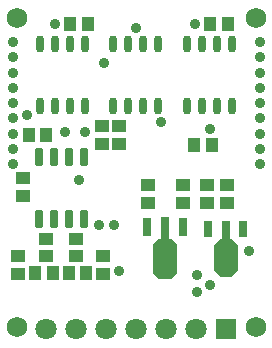
<source format=gbr>
%TF.GenerationSoftware,Altium Limited,Altium Designer,22.10.1 (41)*%
G04 Layer_Color=8388736*
%FSLAX45Y45*%
%MOMM*%
%TF.SameCoordinates,31040185-1CDC-4878-9C2F-C35C27A90F04*%
%TF.FilePolarity,Negative*%
%TF.FileFunction,Soldermask,Top*%
%TF.Part,Single*%
G01*
G75*
%TA.AperFunction,SMDPad,CuDef*%
%ADD35R,1.00320X1.20320*%
%ADD36O,0.75320X1.45320*%
%ADD39R,1.20320X1.00320*%
%TA.AperFunction,ViaPad*%
%ADD40C,1.72720*%
%TA.AperFunction,ComponentPad*%
%ADD41C,1.80320*%
%ADD42R,1.80320X1.80320*%
%TA.AperFunction,ViaPad*%
%ADD43C,0.90320*%
%TA.AperFunction,SMDPad,CuDef*%
G04:AMPARAMS|DCode=45|XSize=0.7532mm|YSize=1.4532mm|CornerRadius=0.1511mm|HoleSize=0mm|Usage=FLASHONLY|Rotation=180.000|XOffset=0mm|YOffset=0mm|HoleType=Round|Shape=RoundedRectangle|*
%AMROUNDEDRECTD45*
21,1,0.75320,1.15100,0,0,180.0*
21,1,0.45100,1.45320,0,0,180.0*
1,1,0.30220,-0.22550,0.57550*
1,1,0.30220,0.22550,0.57550*
1,1,0.30220,0.22550,-0.57550*
1,1,0.30220,-0.22550,-0.57550*
%
%ADD45ROUNDEDRECTD45*%
%ADD46R,0.70320X1.40320*%
%ADD47R,0.70320X1.80320*%
G04:AMPARAMS|DCode=48|XSize=2.0032mm|YSize=3.2032mm|CornerRadius=0mm|HoleSize=0mm|Usage=FLASHONLY|Rotation=0.000|XOffset=0mm|YOffset=0mm|HoleType=Round|Shape=Octagon|*
%AMOCTAGOND48*
4,1,8,-0.50080,1.60160,0.50080,1.60160,1.00160,1.10080,1.00160,-1.10080,0.50080,-1.60160,-0.50080,-1.60160,-1.00160,-1.10080,-1.00160,1.10080,-0.50080,1.60160,0.0*
%
%ADD48OCTAGOND48*%

%ADD49R,0.80320X1.60320*%
%ADD50R,0.80320X2.00320*%
G04:AMPARAMS|DCode=51|XSize=2.1032mm|YSize=3.4032mm|CornerRadius=0mm|HoleSize=0mm|Usage=FLASHONLY|Rotation=0.000|XOffset=0mm|YOffset=0mm|HoleType=Round|Shape=Octagon|*
%AMOCTAGOND51*
4,1,8,-0.52580,1.70160,0.52580,1.70160,1.05160,1.17580,1.05160,-1.17580,0.52580,-1.70160,-0.52580,-1.70160,-1.05160,-1.17580,-1.05160,1.17580,-0.52580,1.70160,0.0*
%
%ADD51OCTAGOND51*%

D35*
X1840000Y1730000D02*
D03*
X1690000D02*
D03*
X1830000Y2755000D02*
D03*
X1980000D02*
D03*
X630000Y650000D02*
D03*
X780000D02*
D03*
X345000D02*
D03*
X495000D02*
D03*
X440000Y1820000D02*
D03*
X290000D02*
D03*
X795000Y2755000D02*
D03*
X645000D02*
D03*
D36*
X1629500Y2062500D02*
D03*
X1756500D02*
D03*
X1883500D02*
D03*
X2010500D02*
D03*
X1629500Y2587500D02*
D03*
X1756500D02*
D03*
X1883500D02*
D03*
X2010500D02*
D03*
X1390500D02*
D03*
X1263500D02*
D03*
X1136500D02*
D03*
X1009500D02*
D03*
X1390500Y2062500D02*
D03*
X1263500D02*
D03*
X1136500D02*
D03*
X1009500D02*
D03*
X384500Y2062500D02*
D03*
X511500D02*
D03*
X638500D02*
D03*
X765500D02*
D03*
X384500Y2587500D02*
D03*
X511500D02*
D03*
X638500D02*
D03*
X765500D02*
D03*
D39*
X205000Y640000D02*
D03*
Y790000D02*
D03*
X690000D02*
D03*
Y940000D02*
D03*
X440000Y790000D02*
D03*
Y940000D02*
D03*
X910000Y1890000D02*
D03*
Y1740000D02*
D03*
X920000Y790000D02*
D03*
Y640000D02*
D03*
X1055000Y1895000D02*
D03*
Y1745000D02*
D03*
X243313Y1305000D02*
D03*
Y1455000D02*
D03*
X1600000Y1395000D02*
D03*
Y1245000D02*
D03*
X1300000Y1395000D02*
D03*
Y1245000D02*
D03*
X1970000Y1395000D02*
D03*
Y1245000D02*
D03*
X1805000Y1395000D02*
D03*
Y1245000D02*
D03*
D40*
X2215000Y190000D02*
D03*
Y2805000D02*
D03*
X190000D02*
D03*
Y190000D02*
D03*
D41*
X946000Y175000D02*
D03*
X1454000D02*
D03*
X1708000D02*
D03*
X1200000D02*
D03*
X692000D02*
D03*
X438000D02*
D03*
D42*
X1962000D02*
D03*
D43*
X885000Y1055000D02*
D03*
X1010591Y1054118D02*
D03*
X1715000Y635000D02*
D03*
X1830000Y545000D02*
D03*
X1715000Y485000D02*
D03*
X2155000Y835000D02*
D03*
X715000Y1440000D02*
D03*
X1060000Y670000D02*
D03*
X930000Y2425000D02*
D03*
X515000Y2755000D02*
D03*
X595000Y1840000D02*
D03*
X770000Y1845000D02*
D03*
X275000Y1985000D02*
D03*
X2250000Y2604999D02*
D03*
Y2475624D02*
D03*
Y2346249D02*
D03*
Y2216874D02*
D03*
Y2087500D02*
D03*
X2250984Y1958125D02*
D03*
Y1828750D02*
D03*
Y1699375D02*
D03*
Y1570000D02*
D03*
X160000Y2604999D02*
D03*
Y2475624D02*
D03*
Y2346249D02*
D03*
Y2216874D02*
D03*
Y2087500D02*
D03*
X160984Y1958125D02*
D03*
Y1828750D02*
D03*
Y1699375D02*
D03*
X160000Y1570000D02*
D03*
X1700000Y2755000D02*
D03*
X1200000Y2720000D02*
D03*
X1415000Y1925000D02*
D03*
X1825000Y1865000D02*
D03*
D45*
X379500Y1107500D02*
D03*
X506500D02*
D03*
X633500D02*
D03*
X760500D02*
D03*
X379500Y1632500D02*
D03*
X506500D02*
D03*
X633500D02*
D03*
X760500D02*
D03*
D46*
X2110000Y1025000D02*
D03*
X1810000D02*
D03*
D47*
X1960000Y1005000D02*
D03*
D48*
Y775000D02*
D03*
D49*
X1595000Y1040000D02*
D03*
X1295000D02*
D03*
D50*
X1445000Y1020000D02*
D03*
D51*
Y770000D02*
D03*
%TF.MD5,b7eaeea782e4da97c8547cd84d5208e2*%
M02*

</source>
